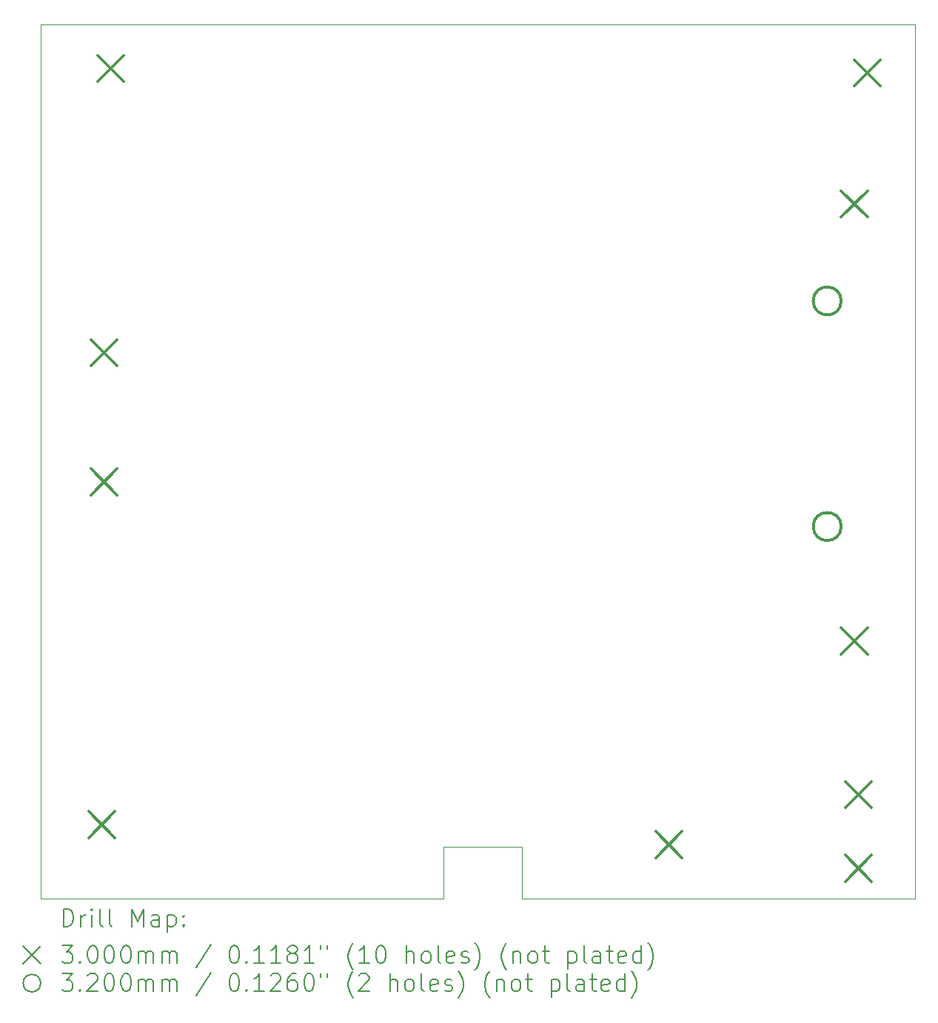
<source format=gbr>
%TF.GenerationSoftware,KiCad,Pcbnew,8.0.0*%
%TF.CreationDate,2024-03-30T14:36:58+01:00*%
%TF.ProjectId,schematic-main,73636865-6d61-4746-9963-2d6d61696e2e,rev?*%
%TF.SameCoordinates,Original*%
%TF.FileFunction,Drillmap*%
%TF.FilePolarity,Positive*%
%FSLAX45Y45*%
G04 Gerber Fmt 4.5, Leading zero omitted, Abs format (unit mm)*
G04 Created by KiCad (PCBNEW 8.0.0) date 2024-03-30 14:36:58*
%MOMM*%
%LPD*%
G01*
G04 APERTURE LIST*
%ADD10C,0.050000*%
%ADD11C,0.200000*%
%ADD12C,0.300000*%
%ADD13C,0.320000*%
G04 APERTURE END LIST*
D10*
X14550000Y-11550000D02*
X14550000Y-10950000D01*
X9050000Y-11550000D02*
X13650000Y-11550000D01*
X9050000Y-1550000D02*
X9050000Y-11550000D01*
X14550000Y-10950000D02*
X13650000Y-10950000D01*
X19050000Y-11550000D02*
X19050000Y-1550000D01*
X19050000Y-1550000D02*
X9050000Y-1550000D01*
X14550000Y-11550000D02*
X19050000Y-11550000D01*
X13650000Y-10950000D02*
X13650000Y-11550000D01*
D11*
D12*
X9597500Y-10550000D02*
X9897500Y-10850000D01*
X9897500Y-10550000D02*
X9597500Y-10850000D01*
X9620000Y-5150000D02*
X9920000Y-5450000D01*
X9920000Y-5150000D02*
X9620000Y-5450000D01*
X9620000Y-6630000D02*
X9920000Y-6930000D01*
X9920000Y-6630000D02*
X9620000Y-6930000D01*
X9700000Y-1900000D02*
X10000000Y-2200000D01*
X10000000Y-1900000D02*
X9700000Y-2200000D01*
X16080000Y-10780000D02*
X16380000Y-11080000D01*
X16380000Y-10780000D02*
X16080000Y-11080000D01*
X18202500Y-3450000D02*
X18502500Y-3750000D01*
X18502500Y-3450000D02*
X18202500Y-3750000D01*
X18202500Y-8450000D02*
X18502500Y-8750000D01*
X18502500Y-8450000D02*
X18202500Y-8750000D01*
X18248710Y-10208425D02*
X18548710Y-10508425D01*
X18548710Y-10208425D02*
X18248710Y-10508425D01*
X18248710Y-11048425D02*
X18548710Y-11348425D01*
X18548710Y-11048425D02*
X18248710Y-11348425D01*
X18350000Y-1950000D02*
X18650000Y-2250000D01*
X18650000Y-1950000D02*
X18350000Y-2250000D01*
D13*
X18202500Y-4710000D02*
G75*
G02*
X17882500Y-4710000I-160000J0D01*
G01*
X17882500Y-4710000D02*
G75*
G02*
X18202500Y-4710000I160000J0D01*
G01*
X18202500Y-7290000D02*
G75*
G02*
X17882500Y-7290000I-160000J0D01*
G01*
X17882500Y-7290000D02*
G75*
G02*
X18202500Y-7290000I160000J0D01*
G01*
D11*
X9308277Y-11863984D02*
X9308277Y-11663984D01*
X9308277Y-11663984D02*
X9355896Y-11663984D01*
X9355896Y-11663984D02*
X9384467Y-11673508D01*
X9384467Y-11673508D02*
X9403515Y-11692555D01*
X9403515Y-11692555D02*
X9413039Y-11711603D01*
X9413039Y-11711603D02*
X9422563Y-11749698D01*
X9422563Y-11749698D02*
X9422563Y-11778269D01*
X9422563Y-11778269D02*
X9413039Y-11816365D01*
X9413039Y-11816365D02*
X9403515Y-11835412D01*
X9403515Y-11835412D02*
X9384467Y-11854460D01*
X9384467Y-11854460D02*
X9355896Y-11863984D01*
X9355896Y-11863984D02*
X9308277Y-11863984D01*
X9508277Y-11863984D02*
X9508277Y-11730650D01*
X9508277Y-11768746D02*
X9517801Y-11749698D01*
X9517801Y-11749698D02*
X9527324Y-11740174D01*
X9527324Y-11740174D02*
X9546372Y-11730650D01*
X9546372Y-11730650D02*
X9565420Y-11730650D01*
X9632086Y-11863984D02*
X9632086Y-11730650D01*
X9632086Y-11663984D02*
X9622563Y-11673508D01*
X9622563Y-11673508D02*
X9632086Y-11683031D01*
X9632086Y-11683031D02*
X9641610Y-11673508D01*
X9641610Y-11673508D02*
X9632086Y-11663984D01*
X9632086Y-11663984D02*
X9632086Y-11683031D01*
X9755896Y-11863984D02*
X9736848Y-11854460D01*
X9736848Y-11854460D02*
X9727324Y-11835412D01*
X9727324Y-11835412D02*
X9727324Y-11663984D01*
X9860658Y-11863984D02*
X9841610Y-11854460D01*
X9841610Y-11854460D02*
X9832086Y-11835412D01*
X9832086Y-11835412D02*
X9832086Y-11663984D01*
X10089229Y-11863984D02*
X10089229Y-11663984D01*
X10089229Y-11663984D02*
X10155896Y-11806841D01*
X10155896Y-11806841D02*
X10222563Y-11663984D01*
X10222563Y-11663984D02*
X10222563Y-11863984D01*
X10403515Y-11863984D02*
X10403515Y-11759222D01*
X10403515Y-11759222D02*
X10393991Y-11740174D01*
X10393991Y-11740174D02*
X10374944Y-11730650D01*
X10374944Y-11730650D02*
X10336848Y-11730650D01*
X10336848Y-11730650D02*
X10317801Y-11740174D01*
X10403515Y-11854460D02*
X10384467Y-11863984D01*
X10384467Y-11863984D02*
X10336848Y-11863984D01*
X10336848Y-11863984D02*
X10317801Y-11854460D01*
X10317801Y-11854460D02*
X10308277Y-11835412D01*
X10308277Y-11835412D02*
X10308277Y-11816365D01*
X10308277Y-11816365D02*
X10317801Y-11797317D01*
X10317801Y-11797317D02*
X10336848Y-11787793D01*
X10336848Y-11787793D02*
X10384467Y-11787793D01*
X10384467Y-11787793D02*
X10403515Y-11778269D01*
X10498753Y-11730650D02*
X10498753Y-11930650D01*
X10498753Y-11740174D02*
X10517801Y-11730650D01*
X10517801Y-11730650D02*
X10555896Y-11730650D01*
X10555896Y-11730650D02*
X10574944Y-11740174D01*
X10574944Y-11740174D02*
X10584467Y-11749698D01*
X10584467Y-11749698D02*
X10593991Y-11768746D01*
X10593991Y-11768746D02*
X10593991Y-11825888D01*
X10593991Y-11825888D02*
X10584467Y-11844936D01*
X10584467Y-11844936D02*
X10574944Y-11854460D01*
X10574944Y-11854460D02*
X10555896Y-11863984D01*
X10555896Y-11863984D02*
X10517801Y-11863984D01*
X10517801Y-11863984D02*
X10498753Y-11854460D01*
X10679705Y-11844936D02*
X10689229Y-11854460D01*
X10689229Y-11854460D02*
X10679705Y-11863984D01*
X10679705Y-11863984D02*
X10670182Y-11854460D01*
X10670182Y-11854460D02*
X10679705Y-11844936D01*
X10679705Y-11844936D02*
X10679705Y-11863984D01*
X10679705Y-11740174D02*
X10689229Y-11749698D01*
X10689229Y-11749698D02*
X10679705Y-11759222D01*
X10679705Y-11759222D02*
X10670182Y-11749698D01*
X10670182Y-11749698D02*
X10679705Y-11740174D01*
X10679705Y-11740174D02*
X10679705Y-11759222D01*
X8847500Y-12092500D02*
X9047500Y-12292500D01*
X9047500Y-12092500D02*
X8847500Y-12292500D01*
X9289229Y-12083984D02*
X9413039Y-12083984D01*
X9413039Y-12083984D02*
X9346372Y-12160174D01*
X9346372Y-12160174D02*
X9374944Y-12160174D01*
X9374944Y-12160174D02*
X9393991Y-12169698D01*
X9393991Y-12169698D02*
X9403515Y-12179222D01*
X9403515Y-12179222D02*
X9413039Y-12198269D01*
X9413039Y-12198269D02*
X9413039Y-12245888D01*
X9413039Y-12245888D02*
X9403515Y-12264936D01*
X9403515Y-12264936D02*
X9393991Y-12274460D01*
X9393991Y-12274460D02*
X9374944Y-12283984D01*
X9374944Y-12283984D02*
X9317801Y-12283984D01*
X9317801Y-12283984D02*
X9298753Y-12274460D01*
X9298753Y-12274460D02*
X9289229Y-12264936D01*
X9498753Y-12264936D02*
X9508277Y-12274460D01*
X9508277Y-12274460D02*
X9498753Y-12283984D01*
X9498753Y-12283984D02*
X9489229Y-12274460D01*
X9489229Y-12274460D02*
X9498753Y-12264936D01*
X9498753Y-12264936D02*
X9498753Y-12283984D01*
X9632086Y-12083984D02*
X9651134Y-12083984D01*
X9651134Y-12083984D02*
X9670182Y-12093508D01*
X9670182Y-12093508D02*
X9679705Y-12103031D01*
X9679705Y-12103031D02*
X9689229Y-12122079D01*
X9689229Y-12122079D02*
X9698753Y-12160174D01*
X9698753Y-12160174D02*
X9698753Y-12207793D01*
X9698753Y-12207793D02*
X9689229Y-12245888D01*
X9689229Y-12245888D02*
X9679705Y-12264936D01*
X9679705Y-12264936D02*
X9670182Y-12274460D01*
X9670182Y-12274460D02*
X9651134Y-12283984D01*
X9651134Y-12283984D02*
X9632086Y-12283984D01*
X9632086Y-12283984D02*
X9613039Y-12274460D01*
X9613039Y-12274460D02*
X9603515Y-12264936D01*
X9603515Y-12264936D02*
X9593991Y-12245888D01*
X9593991Y-12245888D02*
X9584467Y-12207793D01*
X9584467Y-12207793D02*
X9584467Y-12160174D01*
X9584467Y-12160174D02*
X9593991Y-12122079D01*
X9593991Y-12122079D02*
X9603515Y-12103031D01*
X9603515Y-12103031D02*
X9613039Y-12093508D01*
X9613039Y-12093508D02*
X9632086Y-12083984D01*
X9822563Y-12083984D02*
X9841610Y-12083984D01*
X9841610Y-12083984D02*
X9860658Y-12093508D01*
X9860658Y-12093508D02*
X9870182Y-12103031D01*
X9870182Y-12103031D02*
X9879705Y-12122079D01*
X9879705Y-12122079D02*
X9889229Y-12160174D01*
X9889229Y-12160174D02*
X9889229Y-12207793D01*
X9889229Y-12207793D02*
X9879705Y-12245888D01*
X9879705Y-12245888D02*
X9870182Y-12264936D01*
X9870182Y-12264936D02*
X9860658Y-12274460D01*
X9860658Y-12274460D02*
X9841610Y-12283984D01*
X9841610Y-12283984D02*
X9822563Y-12283984D01*
X9822563Y-12283984D02*
X9803515Y-12274460D01*
X9803515Y-12274460D02*
X9793991Y-12264936D01*
X9793991Y-12264936D02*
X9784467Y-12245888D01*
X9784467Y-12245888D02*
X9774944Y-12207793D01*
X9774944Y-12207793D02*
X9774944Y-12160174D01*
X9774944Y-12160174D02*
X9784467Y-12122079D01*
X9784467Y-12122079D02*
X9793991Y-12103031D01*
X9793991Y-12103031D02*
X9803515Y-12093508D01*
X9803515Y-12093508D02*
X9822563Y-12083984D01*
X10013039Y-12083984D02*
X10032086Y-12083984D01*
X10032086Y-12083984D02*
X10051134Y-12093508D01*
X10051134Y-12093508D02*
X10060658Y-12103031D01*
X10060658Y-12103031D02*
X10070182Y-12122079D01*
X10070182Y-12122079D02*
X10079705Y-12160174D01*
X10079705Y-12160174D02*
X10079705Y-12207793D01*
X10079705Y-12207793D02*
X10070182Y-12245888D01*
X10070182Y-12245888D02*
X10060658Y-12264936D01*
X10060658Y-12264936D02*
X10051134Y-12274460D01*
X10051134Y-12274460D02*
X10032086Y-12283984D01*
X10032086Y-12283984D02*
X10013039Y-12283984D01*
X10013039Y-12283984D02*
X9993991Y-12274460D01*
X9993991Y-12274460D02*
X9984467Y-12264936D01*
X9984467Y-12264936D02*
X9974944Y-12245888D01*
X9974944Y-12245888D02*
X9965420Y-12207793D01*
X9965420Y-12207793D02*
X9965420Y-12160174D01*
X9965420Y-12160174D02*
X9974944Y-12122079D01*
X9974944Y-12122079D02*
X9984467Y-12103031D01*
X9984467Y-12103031D02*
X9993991Y-12093508D01*
X9993991Y-12093508D02*
X10013039Y-12083984D01*
X10165420Y-12283984D02*
X10165420Y-12150650D01*
X10165420Y-12169698D02*
X10174944Y-12160174D01*
X10174944Y-12160174D02*
X10193991Y-12150650D01*
X10193991Y-12150650D02*
X10222563Y-12150650D01*
X10222563Y-12150650D02*
X10241610Y-12160174D01*
X10241610Y-12160174D02*
X10251134Y-12179222D01*
X10251134Y-12179222D02*
X10251134Y-12283984D01*
X10251134Y-12179222D02*
X10260658Y-12160174D01*
X10260658Y-12160174D02*
X10279705Y-12150650D01*
X10279705Y-12150650D02*
X10308277Y-12150650D01*
X10308277Y-12150650D02*
X10327325Y-12160174D01*
X10327325Y-12160174D02*
X10336848Y-12179222D01*
X10336848Y-12179222D02*
X10336848Y-12283984D01*
X10432086Y-12283984D02*
X10432086Y-12150650D01*
X10432086Y-12169698D02*
X10441610Y-12160174D01*
X10441610Y-12160174D02*
X10460658Y-12150650D01*
X10460658Y-12150650D02*
X10489229Y-12150650D01*
X10489229Y-12150650D02*
X10508277Y-12160174D01*
X10508277Y-12160174D02*
X10517801Y-12179222D01*
X10517801Y-12179222D02*
X10517801Y-12283984D01*
X10517801Y-12179222D02*
X10527325Y-12160174D01*
X10527325Y-12160174D02*
X10546372Y-12150650D01*
X10546372Y-12150650D02*
X10574944Y-12150650D01*
X10574944Y-12150650D02*
X10593991Y-12160174D01*
X10593991Y-12160174D02*
X10603515Y-12179222D01*
X10603515Y-12179222D02*
X10603515Y-12283984D01*
X10993991Y-12074460D02*
X10822563Y-12331603D01*
X11251134Y-12083984D02*
X11270182Y-12083984D01*
X11270182Y-12083984D02*
X11289229Y-12093508D01*
X11289229Y-12093508D02*
X11298753Y-12103031D01*
X11298753Y-12103031D02*
X11308277Y-12122079D01*
X11308277Y-12122079D02*
X11317801Y-12160174D01*
X11317801Y-12160174D02*
X11317801Y-12207793D01*
X11317801Y-12207793D02*
X11308277Y-12245888D01*
X11308277Y-12245888D02*
X11298753Y-12264936D01*
X11298753Y-12264936D02*
X11289229Y-12274460D01*
X11289229Y-12274460D02*
X11270182Y-12283984D01*
X11270182Y-12283984D02*
X11251134Y-12283984D01*
X11251134Y-12283984D02*
X11232086Y-12274460D01*
X11232086Y-12274460D02*
X11222563Y-12264936D01*
X11222563Y-12264936D02*
X11213039Y-12245888D01*
X11213039Y-12245888D02*
X11203515Y-12207793D01*
X11203515Y-12207793D02*
X11203515Y-12160174D01*
X11203515Y-12160174D02*
X11213039Y-12122079D01*
X11213039Y-12122079D02*
X11222563Y-12103031D01*
X11222563Y-12103031D02*
X11232086Y-12093508D01*
X11232086Y-12093508D02*
X11251134Y-12083984D01*
X11403515Y-12264936D02*
X11413039Y-12274460D01*
X11413039Y-12274460D02*
X11403515Y-12283984D01*
X11403515Y-12283984D02*
X11393991Y-12274460D01*
X11393991Y-12274460D02*
X11403515Y-12264936D01*
X11403515Y-12264936D02*
X11403515Y-12283984D01*
X11603515Y-12283984D02*
X11489229Y-12283984D01*
X11546372Y-12283984D02*
X11546372Y-12083984D01*
X11546372Y-12083984D02*
X11527325Y-12112555D01*
X11527325Y-12112555D02*
X11508277Y-12131603D01*
X11508277Y-12131603D02*
X11489229Y-12141127D01*
X11793991Y-12283984D02*
X11679706Y-12283984D01*
X11736848Y-12283984D02*
X11736848Y-12083984D01*
X11736848Y-12083984D02*
X11717801Y-12112555D01*
X11717801Y-12112555D02*
X11698753Y-12131603D01*
X11698753Y-12131603D02*
X11679706Y-12141127D01*
X11908277Y-12169698D02*
X11889229Y-12160174D01*
X11889229Y-12160174D02*
X11879706Y-12150650D01*
X11879706Y-12150650D02*
X11870182Y-12131603D01*
X11870182Y-12131603D02*
X11870182Y-12122079D01*
X11870182Y-12122079D02*
X11879706Y-12103031D01*
X11879706Y-12103031D02*
X11889229Y-12093508D01*
X11889229Y-12093508D02*
X11908277Y-12083984D01*
X11908277Y-12083984D02*
X11946372Y-12083984D01*
X11946372Y-12083984D02*
X11965420Y-12093508D01*
X11965420Y-12093508D02*
X11974944Y-12103031D01*
X11974944Y-12103031D02*
X11984467Y-12122079D01*
X11984467Y-12122079D02*
X11984467Y-12131603D01*
X11984467Y-12131603D02*
X11974944Y-12150650D01*
X11974944Y-12150650D02*
X11965420Y-12160174D01*
X11965420Y-12160174D02*
X11946372Y-12169698D01*
X11946372Y-12169698D02*
X11908277Y-12169698D01*
X11908277Y-12169698D02*
X11889229Y-12179222D01*
X11889229Y-12179222D02*
X11879706Y-12188746D01*
X11879706Y-12188746D02*
X11870182Y-12207793D01*
X11870182Y-12207793D02*
X11870182Y-12245888D01*
X11870182Y-12245888D02*
X11879706Y-12264936D01*
X11879706Y-12264936D02*
X11889229Y-12274460D01*
X11889229Y-12274460D02*
X11908277Y-12283984D01*
X11908277Y-12283984D02*
X11946372Y-12283984D01*
X11946372Y-12283984D02*
X11965420Y-12274460D01*
X11965420Y-12274460D02*
X11974944Y-12264936D01*
X11974944Y-12264936D02*
X11984467Y-12245888D01*
X11984467Y-12245888D02*
X11984467Y-12207793D01*
X11984467Y-12207793D02*
X11974944Y-12188746D01*
X11974944Y-12188746D02*
X11965420Y-12179222D01*
X11965420Y-12179222D02*
X11946372Y-12169698D01*
X12174944Y-12283984D02*
X12060658Y-12283984D01*
X12117801Y-12283984D02*
X12117801Y-12083984D01*
X12117801Y-12083984D02*
X12098753Y-12112555D01*
X12098753Y-12112555D02*
X12079706Y-12131603D01*
X12079706Y-12131603D02*
X12060658Y-12141127D01*
X12251134Y-12083984D02*
X12251134Y-12122079D01*
X12327325Y-12083984D02*
X12327325Y-12122079D01*
X12622563Y-12360174D02*
X12613039Y-12350650D01*
X12613039Y-12350650D02*
X12593991Y-12322079D01*
X12593991Y-12322079D02*
X12584468Y-12303031D01*
X12584468Y-12303031D02*
X12574944Y-12274460D01*
X12574944Y-12274460D02*
X12565420Y-12226841D01*
X12565420Y-12226841D02*
X12565420Y-12188746D01*
X12565420Y-12188746D02*
X12574944Y-12141127D01*
X12574944Y-12141127D02*
X12584468Y-12112555D01*
X12584468Y-12112555D02*
X12593991Y-12093508D01*
X12593991Y-12093508D02*
X12613039Y-12064936D01*
X12613039Y-12064936D02*
X12622563Y-12055412D01*
X12803515Y-12283984D02*
X12689229Y-12283984D01*
X12746372Y-12283984D02*
X12746372Y-12083984D01*
X12746372Y-12083984D02*
X12727325Y-12112555D01*
X12727325Y-12112555D02*
X12708277Y-12131603D01*
X12708277Y-12131603D02*
X12689229Y-12141127D01*
X12927325Y-12083984D02*
X12946372Y-12083984D01*
X12946372Y-12083984D02*
X12965420Y-12093508D01*
X12965420Y-12093508D02*
X12974944Y-12103031D01*
X12974944Y-12103031D02*
X12984468Y-12122079D01*
X12984468Y-12122079D02*
X12993991Y-12160174D01*
X12993991Y-12160174D02*
X12993991Y-12207793D01*
X12993991Y-12207793D02*
X12984468Y-12245888D01*
X12984468Y-12245888D02*
X12974944Y-12264936D01*
X12974944Y-12264936D02*
X12965420Y-12274460D01*
X12965420Y-12274460D02*
X12946372Y-12283984D01*
X12946372Y-12283984D02*
X12927325Y-12283984D01*
X12927325Y-12283984D02*
X12908277Y-12274460D01*
X12908277Y-12274460D02*
X12898753Y-12264936D01*
X12898753Y-12264936D02*
X12889229Y-12245888D01*
X12889229Y-12245888D02*
X12879706Y-12207793D01*
X12879706Y-12207793D02*
X12879706Y-12160174D01*
X12879706Y-12160174D02*
X12889229Y-12122079D01*
X12889229Y-12122079D02*
X12898753Y-12103031D01*
X12898753Y-12103031D02*
X12908277Y-12093508D01*
X12908277Y-12093508D02*
X12927325Y-12083984D01*
X13232087Y-12283984D02*
X13232087Y-12083984D01*
X13317801Y-12283984D02*
X13317801Y-12179222D01*
X13317801Y-12179222D02*
X13308277Y-12160174D01*
X13308277Y-12160174D02*
X13289230Y-12150650D01*
X13289230Y-12150650D02*
X13260658Y-12150650D01*
X13260658Y-12150650D02*
X13241610Y-12160174D01*
X13241610Y-12160174D02*
X13232087Y-12169698D01*
X13441610Y-12283984D02*
X13422563Y-12274460D01*
X13422563Y-12274460D02*
X13413039Y-12264936D01*
X13413039Y-12264936D02*
X13403515Y-12245888D01*
X13403515Y-12245888D02*
X13403515Y-12188746D01*
X13403515Y-12188746D02*
X13413039Y-12169698D01*
X13413039Y-12169698D02*
X13422563Y-12160174D01*
X13422563Y-12160174D02*
X13441610Y-12150650D01*
X13441610Y-12150650D02*
X13470182Y-12150650D01*
X13470182Y-12150650D02*
X13489230Y-12160174D01*
X13489230Y-12160174D02*
X13498753Y-12169698D01*
X13498753Y-12169698D02*
X13508277Y-12188746D01*
X13508277Y-12188746D02*
X13508277Y-12245888D01*
X13508277Y-12245888D02*
X13498753Y-12264936D01*
X13498753Y-12264936D02*
X13489230Y-12274460D01*
X13489230Y-12274460D02*
X13470182Y-12283984D01*
X13470182Y-12283984D02*
X13441610Y-12283984D01*
X13622563Y-12283984D02*
X13603515Y-12274460D01*
X13603515Y-12274460D02*
X13593991Y-12255412D01*
X13593991Y-12255412D02*
X13593991Y-12083984D01*
X13774944Y-12274460D02*
X13755896Y-12283984D01*
X13755896Y-12283984D02*
X13717801Y-12283984D01*
X13717801Y-12283984D02*
X13698753Y-12274460D01*
X13698753Y-12274460D02*
X13689230Y-12255412D01*
X13689230Y-12255412D02*
X13689230Y-12179222D01*
X13689230Y-12179222D02*
X13698753Y-12160174D01*
X13698753Y-12160174D02*
X13717801Y-12150650D01*
X13717801Y-12150650D02*
X13755896Y-12150650D01*
X13755896Y-12150650D02*
X13774944Y-12160174D01*
X13774944Y-12160174D02*
X13784468Y-12179222D01*
X13784468Y-12179222D02*
X13784468Y-12198269D01*
X13784468Y-12198269D02*
X13689230Y-12217317D01*
X13860658Y-12274460D02*
X13879706Y-12283984D01*
X13879706Y-12283984D02*
X13917801Y-12283984D01*
X13917801Y-12283984D02*
X13936849Y-12274460D01*
X13936849Y-12274460D02*
X13946372Y-12255412D01*
X13946372Y-12255412D02*
X13946372Y-12245888D01*
X13946372Y-12245888D02*
X13936849Y-12226841D01*
X13936849Y-12226841D02*
X13917801Y-12217317D01*
X13917801Y-12217317D02*
X13889230Y-12217317D01*
X13889230Y-12217317D02*
X13870182Y-12207793D01*
X13870182Y-12207793D02*
X13860658Y-12188746D01*
X13860658Y-12188746D02*
X13860658Y-12179222D01*
X13860658Y-12179222D02*
X13870182Y-12160174D01*
X13870182Y-12160174D02*
X13889230Y-12150650D01*
X13889230Y-12150650D02*
X13917801Y-12150650D01*
X13917801Y-12150650D02*
X13936849Y-12160174D01*
X14013039Y-12360174D02*
X14022563Y-12350650D01*
X14022563Y-12350650D02*
X14041611Y-12322079D01*
X14041611Y-12322079D02*
X14051134Y-12303031D01*
X14051134Y-12303031D02*
X14060658Y-12274460D01*
X14060658Y-12274460D02*
X14070182Y-12226841D01*
X14070182Y-12226841D02*
X14070182Y-12188746D01*
X14070182Y-12188746D02*
X14060658Y-12141127D01*
X14060658Y-12141127D02*
X14051134Y-12112555D01*
X14051134Y-12112555D02*
X14041611Y-12093508D01*
X14041611Y-12093508D02*
X14022563Y-12064936D01*
X14022563Y-12064936D02*
X14013039Y-12055412D01*
X14374944Y-12360174D02*
X14365420Y-12350650D01*
X14365420Y-12350650D02*
X14346372Y-12322079D01*
X14346372Y-12322079D02*
X14336849Y-12303031D01*
X14336849Y-12303031D02*
X14327325Y-12274460D01*
X14327325Y-12274460D02*
X14317801Y-12226841D01*
X14317801Y-12226841D02*
X14317801Y-12188746D01*
X14317801Y-12188746D02*
X14327325Y-12141127D01*
X14327325Y-12141127D02*
X14336849Y-12112555D01*
X14336849Y-12112555D02*
X14346372Y-12093508D01*
X14346372Y-12093508D02*
X14365420Y-12064936D01*
X14365420Y-12064936D02*
X14374944Y-12055412D01*
X14451134Y-12150650D02*
X14451134Y-12283984D01*
X14451134Y-12169698D02*
X14460658Y-12160174D01*
X14460658Y-12160174D02*
X14479706Y-12150650D01*
X14479706Y-12150650D02*
X14508277Y-12150650D01*
X14508277Y-12150650D02*
X14527325Y-12160174D01*
X14527325Y-12160174D02*
X14536849Y-12179222D01*
X14536849Y-12179222D02*
X14536849Y-12283984D01*
X14660658Y-12283984D02*
X14641611Y-12274460D01*
X14641611Y-12274460D02*
X14632087Y-12264936D01*
X14632087Y-12264936D02*
X14622563Y-12245888D01*
X14622563Y-12245888D02*
X14622563Y-12188746D01*
X14622563Y-12188746D02*
X14632087Y-12169698D01*
X14632087Y-12169698D02*
X14641611Y-12160174D01*
X14641611Y-12160174D02*
X14660658Y-12150650D01*
X14660658Y-12150650D02*
X14689230Y-12150650D01*
X14689230Y-12150650D02*
X14708277Y-12160174D01*
X14708277Y-12160174D02*
X14717801Y-12169698D01*
X14717801Y-12169698D02*
X14727325Y-12188746D01*
X14727325Y-12188746D02*
X14727325Y-12245888D01*
X14727325Y-12245888D02*
X14717801Y-12264936D01*
X14717801Y-12264936D02*
X14708277Y-12274460D01*
X14708277Y-12274460D02*
X14689230Y-12283984D01*
X14689230Y-12283984D02*
X14660658Y-12283984D01*
X14784468Y-12150650D02*
X14860658Y-12150650D01*
X14813039Y-12083984D02*
X14813039Y-12255412D01*
X14813039Y-12255412D02*
X14822563Y-12274460D01*
X14822563Y-12274460D02*
X14841611Y-12283984D01*
X14841611Y-12283984D02*
X14860658Y-12283984D01*
X15079706Y-12150650D02*
X15079706Y-12350650D01*
X15079706Y-12160174D02*
X15098753Y-12150650D01*
X15098753Y-12150650D02*
X15136849Y-12150650D01*
X15136849Y-12150650D02*
X15155896Y-12160174D01*
X15155896Y-12160174D02*
X15165420Y-12169698D01*
X15165420Y-12169698D02*
X15174944Y-12188746D01*
X15174944Y-12188746D02*
X15174944Y-12245888D01*
X15174944Y-12245888D02*
X15165420Y-12264936D01*
X15165420Y-12264936D02*
X15155896Y-12274460D01*
X15155896Y-12274460D02*
X15136849Y-12283984D01*
X15136849Y-12283984D02*
X15098753Y-12283984D01*
X15098753Y-12283984D02*
X15079706Y-12274460D01*
X15289230Y-12283984D02*
X15270182Y-12274460D01*
X15270182Y-12274460D02*
X15260658Y-12255412D01*
X15260658Y-12255412D02*
X15260658Y-12083984D01*
X15451134Y-12283984D02*
X15451134Y-12179222D01*
X15451134Y-12179222D02*
X15441611Y-12160174D01*
X15441611Y-12160174D02*
X15422563Y-12150650D01*
X15422563Y-12150650D02*
X15384468Y-12150650D01*
X15384468Y-12150650D02*
X15365420Y-12160174D01*
X15451134Y-12274460D02*
X15432087Y-12283984D01*
X15432087Y-12283984D02*
X15384468Y-12283984D01*
X15384468Y-12283984D02*
X15365420Y-12274460D01*
X15365420Y-12274460D02*
X15355896Y-12255412D01*
X15355896Y-12255412D02*
X15355896Y-12236365D01*
X15355896Y-12236365D02*
X15365420Y-12217317D01*
X15365420Y-12217317D02*
X15384468Y-12207793D01*
X15384468Y-12207793D02*
X15432087Y-12207793D01*
X15432087Y-12207793D02*
X15451134Y-12198269D01*
X15517801Y-12150650D02*
X15593992Y-12150650D01*
X15546373Y-12083984D02*
X15546373Y-12255412D01*
X15546373Y-12255412D02*
X15555896Y-12274460D01*
X15555896Y-12274460D02*
X15574944Y-12283984D01*
X15574944Y-12283984D02*
X15593992Y-12283984D01*
X15736849Y-12274460D02*
X15717801Y-12283984D01*
X15717801Y-12283984D02*
X15679706Y-12283984D01*
X15679706Y-12283984D02*
X15660658Y-12274460D01*
X15660658Y-12274460D02*
X15651134Y-12255412D01*
X15651134Y-12255412D02*
X15651134Y-12179222D01*
X15651134Y-12179222D02*
X15660658Y-12160174D01*
X15660658Y-12160174D02*
X15679706Y-12150650D01*
X15679706Y-12150650D02*
X15717801Y-12150650D01*
X15717801Y-12150650D02*
X15736849Y-12160174D01*
X15736849Y-12160174D02*
X15746373Y-12179222D01*
X15746373Y-12179222D02*
X15746373Y-12198269D01*
X15746373Y-12198269D02*
X15651134Y-12217317D01*
X15917801Y-12283984D02*
X15917801Y-12083984D01*
X15917801Y-12274460D02*
X15898754Y-12283984D01*
X15898754Y-12283984D02*
X15860658Y-12283984D01*
X15860658Y-12283984D02*
X15841611Y-12274460D01*
X15841611Y-12274460D02*
X15832087Y-12264936D01*
X15832087Y-12264936D02*
X15822563Y-12245888D01*
X15822563Y-12245888D02*
X15822563Y-12188746D01*
X15822563Y-12188746D02*
X15832087Y-12169698D01*
X15832087Y-12169698D02*
X15841611Y-12160174D01*
X15841611Y-12160174D02*
X15860658Y-12150650D01*
X15860658Y-12150650D02*
X15898754Y-12150650D01*
X15898754Y-12150650D02*
X15917801Y-12160174D01*
X15993992Y-12360174D02*
X16003515Y-12350650D01*
X16003515Y-12350650D02*
X16022563Y-12322079D01*
X16022563Y-12322079D02*
X16032087Y-12303031D01*
X16032087Y-12303031D02*
X16041611Y-12274460D01*
X16041611Y-12274460D02*
X16051134Y-12226841D01*
X16051134Y-12226841D02*
X16051134Y-12188746D01*
X16051134Y-12188746D02*
X16041611Y-12141127D01*
X16041611Y-12141127D02*
X16032087Y-12112555D01*
X16032087Y-12112555D02*
X16022563Y-12093508D01*
X16022563Y-12093508D02*
X16003515Y-12064936D01*
X16003515Y-12064936D02*
X15993992Y-12055412D01*
X9047500Y-12512500D02*
G75*
G02*
X8847500Y-12512500I-100000J0D01*
G01*
X8847500Y-12512500D02*
G75*
G02*
X9047500Y-12512500I100000J0D01*
G01*
X9289229Y-12403984D02*
X9413039Y-12403984D01*
X9413039Y-12403984D02*
X9346372Y-12480174D01*
X9346372Y-12480174D02*
X9374944Y-12480174D01*
X9374944Y-12480174D02*
X9393991Y-12489698D01*
X9393991Y-12489698D02*
X9403515Y-12499222D01*
X9403515Y-12499222D02*
X9413039Y-12518269D01*
X9413039Y-12518269D02*
X9413039Y-12565888D01*
X9413039Y-12565888D02*
X9403515Y-12584936D01*
X9403515Y-12584936D02*
X9393991Y-12594460D01*
X9393991Y-12594460D02*
X9374944Y-12603984D01*
X9374944Y-12603984D02*
X9317801Y-12603984D01*
X9317801Y-12603984D02*
X9298753Y-12594460D01*
X9298753Y-12594460D02*
X9289229Y-12584936D01*
X9498753Y-12584936D02*
X9508277Y-12594460D01*
X9508277Y-12594460D02*
X9498753Y-12603984D01*
X9498753Y-12603984D02*
X9489229Y-12594460D01*
X9489229Y-12594460D02*
X9498753Y-12584936D01*
X9498753Y-12584936D02*
X9498753Y-12603984D01*
X9584467Y-12423031D02*
X9593991Y-12413508D01*
X9593991Y-12413508D02*
X9613039Y-12403984D01*
X9613039Y-12403984D02*
X9660658Y-12403984D01*
X9660658Y-12403984D02*
X9679705Y-12413508D01*
X9679705Y-12413508D02*
X9689229Y-12423031D01*
X9689229Y-12423031D02*
X9698753Y-12442079D01*
X9698753Y-12442079D02*
X9698753Y-12461127D01*
X9698753Y-12461127D02*
X9689229Y-12489698D01*
X9689229Y-12489698D02*
X9574944Y-12603984D01*
X9574944Y-12603984D02*
X9698753Y-12603984D01*
X9822563Y-12403984D02*
X9841610Y-12403984D01*
X9841610Y-12403984D02*
X9860658Y-12413508D01*
X9860658Y-12413508D02*
X9870182Y-12423031D01*
X9870182Y-12423031D02*
X9879705Y-12442079D01*
X9879705Y-12442079D02*
X9889229Y-12480174D01*
X9889229Y-12480174D02*
X9889229Y-12527793D01*
X9889229Y-12527793D02*
X9879705Y-12565888D01*
X9879705Y-12565888D02*
X9870182Y-12584936D01*
X9870182Y-12584936D02*
X9860658Y-12594460D01*
X9860658Y-12594460D02*
X9841610Y-12603984D01*
X9841610Y-12603984D02*
X9822563Y-12603984D01*
X9822563Y-12603984D02*
X9803515Y-12594460D01*
X9803515Y-12594460D02*
X9793991Y-12584936D01*
X9793991Y-12584936D02*
X9784467Y-12565888D01*
X9784467Y-12565888D02*
X9774944Y-12527793D01*
X9774944Y-12527793D02*
X9774944Y-12480174D01*
X9774944Y-12480174D02*
X9784467Y-12442079D01*
X9784467Y-12442079D02*
X9793991Y-12423031D01*
X9793991Y-12423031D02*
X9803515Y-12413508D01*
X9803515Y-12413508D02*
X9822563Y-12403984D01*
X10013039Y-12403984D02*
X10032086Y-12403984D01*
X10032086Y-12403984D02*
X10051134Y-12413508D01*
X10051134Y-12413508D02*
X10060658Y-12423031D01*
X10060658Y-12423031D02*
X10070182Y-12442079D01*
X10070182Y-12442079D02*
X10079705Y-12480174D01*
X10079705Y-12480174D02*
X10079705Y-12527793D01*
X10079705Y-12527793D02*
X10070182Y-12565888D01*
X10070182Y-12565888D02*
X10060658Y-12584936D01*
X10060658Y-12584936D02*
X10051134Y-12594460D01*
X10051134Y-12594460D02*
X10032086Y-12603984D01*
X10032086Y-12603984D02*
X10013039Y-12603984D01*
X10013039Y-12603984D02*
X9993991Y-12594460D01*
X9993991Y-12594460D02*
X9984467Y-12584936D01*
X9984467Y-12584936D02*
X9974944Y-12565888D01*
X9974944Y-12565888D02*
X9965420Y-12527793D01*
X9965420Y-12527793D02*
X9965420Y-12480174D01*
X9965420Y-12480174D02*
X9974944Y-12442079D01*
X9974944Y-12442079D02*
X9984467Y-12423031D01*
X9984467Y-12423031D02*
X9993991Y-12413508D01*
X9993991Y-12413508D02*
X10013039Y-12403984D01*
X10165420Y-12603984D02*
X10165420Y-12470650D01*
X10165420Y-12489698D02*
X10174944Y-12480174D01*
X10174944Y-12480174D02*
X10193991Y-12470650D01*
X10193991Y-12470650D02*
X10222563Y-12470650D01*
X10222563Y-12470650D02*
X10241610Y-12480174D01*
X10241610Y-12480174D02*
X10251134Y-12499222D01*
X10251134Y-12499222D02*
X10251134Y-12603984D01*
X10251134Y-12499222D02*
X10260658Y-12480174D01*
X10260658Y-12480174D02*
X10279705Y-12470650D01*
X10279705Y-12470650D02*
X10308277Y-12470650D01*
X10308277Y-12470650D02*
X10327325Y-12480174D01*
X10327325Y-12480174D02*
X10336848Y-12499222D01*
X10336848Y-12499222D02*
X10336848Y-12603984D01*
X10432086Y-12603984D02*
X10432086Y-12470650D01*
X10432086Y-12489698D02*
X10441610Y-12480174D01*
X10441610Y-12480174D02*
X10460658Y-12470650D01*
X10460658Y-12470650D02*
X10489229Y-12470650D01*
X10489229Y-12470650D02*
X10508277Y-12480174D01*
X10508277Y-12480174D02*
X10517801Y-12499222D01*
X10517801Y-12499222D02*
X10517801Y-12603984D01*
X10517801Y-12499222D02*
X10527325Y-12480174D01*
X10527325Y-12480174D02*
X10546372Y-12470650D01*
X10546372Y-12470650D02*
X10574944Y-12470650D01*
X10574944Y-12470650D02*
X10593991Y-12480174D01*
X10593991Y-12480174D02*
X10603515Y-12499222D01*
X10603515Y-12499222D02*
X10603515Y-12603984D01*
X10993991Y-12394460D02*
X10822563Y-12651603D01*
X11251134Y-12403984D02*
X11270182Y-12403984D01*
X11270182Y-12403984D02*
X11289229Y-12413508D01*
X11289229Y-12413508D02*
X11298753Y-12423031D01*
X11298753Y-12423031D02*
X11308277Y-12442079D01*
X11308277Y-12442079D02*
X11317801Y-12480174D01*
X11317801Y-12480174D02*
X11317801Y-12527793D01*
X11317801Y-12527793D02*
X11308277Y-12565888D01*
X11308277Y-12565888D02*
X11298753Y-12584936D01*
X11298753Y-12584936D02*
X11289229Y-12594460D01*
X11289229Y-12594460D02*
X11270182Y-12603984D01*
X11270182Y-12603984D02*
X11251134Y-12603984D01*
X11251134Y-12603984D02*
X11232086Y-12594460D01*
X11232086Y-12594460D02*
X11222563Y-12584936D01*
X11222563Y-12584936D02*
X11213039Y-12565888D01*
X11213039Y-12565888D02*
X11203515Y-12527793D01*
X11203515Y-12527793D02*
X11203515Y-12480174D01*
X11203515Y-12480174D02*
X11213039Y-12442079D01*
X11213039Y-12442079D02*
X11222563Y-12423031D01*
X11222563Y-12423031D02*
X11232086Y-12413508D01*
X11232086Y-12413508D02*
X11251134Y-12403984D01*
X11403515Y-12584936D02*
X11413039Y-12594460D01*
X11413039Y-12594460D02*
X11403515Y-12603984D01*
X11403515Y-12603984D02*
X11393991Y-12594460D01*
X11393991Y-12594460D02*
X11403515Y-12584936D01*
X11403515Y-12584936D02*
X11403515Y-12603984D01*
X11603515Y-12603984D02*
X11489229Y-12603984D01*
X11546372Y-12603984D02*
X11546372Y-12403984D01*
X11546372Y-12403984D02*
X11527325Y-12432555D01*
X11527325Y-12432555D02*
X11508277Y-12451603D01*
X11508277Y-12451603D02*
X11489229Y-12461127D01*
X11679706Y-12423031D02*
X11689229Y-12413508D01*
X11689229Y-12413508D02*
X11708277Y-12403984D01*
X11708277Y-12403984D02*
X11755896Y-12403984D01*
X11755896Y-12403984D02*
X11774944Y-12413508D01*
X11774944Y-12413508D02*
X11784467Y-12423031D01*
X11784467Y-12423031D02*
X11793991Y-12442079D01*
X11793991Y-12442079D02*
X11793991Y-12461127D01*
X11793991Y-12461127D02*
X11784467Y-12489698D01*
X11784467Y-12489698D02*
X11670182Y-12603984D01*
X11670182Y-12603984D02*
X11793991Y-12603984D01*
X11965420Y-12403984D02*
X11927325Y-12403984D01*
X11927325Y-12403984D02*
X11908277Y-12413508D01*
X11908277Y-12413508D02*
X11898753Y-12423031D01*
X11898753Y-12423031D02*
X11879706Y-12451603D01*
X11879706Y-12451603D02*
X11870182Y-12489698D01*
X11870182Y-12489698D02*
X11870182Y-12565888D01*
X11870182Y-12565888D02*
X11879706Y-12584936D01*
X11879706Y-12584936D02*
X11889229Y-12594460D01*
X11889229Y-12594460D02*
X11908277Y-12603984D01*
X11908277Y-12603984D02*
X11946372Y-12603984D01*
X11946372Y-12603984D02*
X11965420Y-12594460D01*
X11965420Y-12594460D02*
X11974944Y-12584936D01*
X11974944Y-12584936D02*
X11984467Y-12565888D01*
X11984467Y-12565888D02*
X11984467Y-12518269D01*
X11984467Y-12518269D02*
X11974944Y-12499222D01*
X11974944Y-12499222D02*
X11965420Y-12489698D01*
X11965420Y-12489698D02*
X11946372Y-12480174D01*
X11946372Y-12480174D02*
X11908277Y-12480174D01*
X11908277Y-12480174D02*
X11889229Y-12489698D01*
X11889229Y-12489698D02*
X11879706Y-12499222D01*
X11879706Y-12499222D02*
X11870182Y-12518269D01*
X12108277Y-12403984D02*
X12127325Y-12403984D01*
X12127325Y-12403984D02*
X12146372Y-12413508D01*
X12146372Y-12413508D02*
X12155896Y-12423031D01*
X12155896Y-12423031D02*
X12165420Y-12442079D01*
X12165420Y-12442079D02*
X12174944Y-12480174D01*
X12174944Y-12480174D02*
X12174944Y-12527793D01*
X12174944Y-12527793D02*
X12165420Y-12565888D01*
X12165420Y-12565888D02*
X12155896Y-12584936D01*
X12155896Y-12584936D02*
X12146372Y-12594460D01*
X12146372Y-12594460D02*
X12127325Y-12603984D01*
X12127325Y-12603984D02*
X12108277Y-12603984D01*
X12108277Y-12603984D02*
X12089229Y-12594460D01*
X12089229Y-12594460D02*
X12079706Y-12584936D01*
X12079706Y-12584936D02*
X12070182Y-12565888D01*
X12070182Y-12565888D02*
X12060658Y-12527793D01*
X12060658Y-12527793D02*
X12060658Y-12480174D01*
X12060658Y-12480174D02*
X12070182Y-12442079D01*
X12070182Y-12442079D02*
X12079706Y-12423031D01*
X12079706Y-12423031D02*
X12089229Y-12413508D01*
X12089229Y-12413508D02*
X12108277Y-12403984D01*
X12251134Y-12403984D02*
X12251134Y-12442079D01*
X12327325Y-12403984D02*
X12327325Y-12442079D01*
X12622563Y-12680174D02*
X12613039Y-12670650D01*
X12613039Y-12670650D02*
X12593991Y-12642079D01*
X12593991Y-12642079D02*
X12584468Y-12623031D01*
X12584468Y-12623031D02*
X12574944Y-12594460D01*
X12574944Y-12594460D02*
X12565420Y-12546841D01*
X12565420Y-12546841D02*
X12565420Y-12508746D01*
X12565420Y-12508746D02*
X12574944Y-12461127D01*
X12574944Y-12461127D02*
X12584468Y-12432555D01*
X12584468Y-12432555D02*
X12593991Y-12413508D01*
X12593991Y-12413508D02*
X12613039Y-12384936D01*
X12613039Y-12384936D02*
X12622563Y-12375412D01*
X12689229Y-12423031D02*
X12698753Y-12413508D01*
X12698753Y-12413508D02*
X12717801Y-12403984D01*
X12717801Y-12403984D02*
X12765420Y-12403984D01*
X12765420Y-12403984D02*
X12784468Y-12413508D01*
X12784468Y-12413508D02*
X12793991Y-12423031D01*
X12793991Y-12423031D02*
X12803515Y-12442079D01*
X12803515Y-12442079D02*
X12803515Y-12461127D01*
X12803515Y-12461127D02*
X12793991Y-12489698D01*
X12793991Y-12489698D02*
X12679706Y-12603984D01*
X12679706Y-12603984D02*
X12803515Y-12603984D01*
X13041610Y-12603984D02*
X13041610Y-12403984D01*
X13127325Y-12603984D02*
X13127325Y-12499222D01*
X13127325Y-12499222D02*
X13117801Y-12480174D01*
X13117801Y-12480174D02*
X13098753Y-12470650D01*
X13098753Y-12470650D02*
X13070182Y-12470650D01*
X13070182Y-12470650D02*
X13051134Y-12480174D01*
X13051134Y-12480174D02*
X13041610Y-12489698D01*
X13251134Y-12603984D02*
X13232087Y-12594460D01*
X13232087Y-12594460D02*
X13222563Y-12584936D01*
X13222563Y-12584936D02*
X13213039Y-12565888D01*
X13213039Y-12565888D02*
X13213039Y-12508746D01*
X13213039Y-12508746D02*
X13222563Y-12489698D01*
X13222563Y-12489698D02*
X13232087Y-12480174D01*
X13232087Y-12480174D02*
X13251134Y-12470650D01*
X13251134Y-12470650D02*
X13279706Y-12470650D01*
X13279706Y-12470650D02*
X13298753Y-12480174D01*
X13298753Y-12480174D02*
X13308277Y-12489698D01*
X13308277Y-12489698D02*
X13317801Y-12508746D01*
X13317801Y-12508746D02*
X13317801Y-12565888D01*
X13317801Y-12565888D02*
X13308277Y-12584936D01*
X13308277Y-12584936D02*
X13298753Y-12594460D01*
X13298753Y-12594460D02*
X13279706Y-12603984D01*
X13279706Y-12603984D02*
X13251134Y-12603984D01*
X13432087Y-12603984D02*
X13413039Y-12594460D01*
X13413039Y-12594460D02*
X13403515Y-12575412D01*
X13403515Y-12575412D02*
X13403515Y-12403984D01*
X13584468Y-12594460D02*
X13565420Y-12603984D01*
X13565420Y-12603984D02*
X13527325Y-12603984D01*
X13527325Y-12603984D02*
X13508277Y-12594460D01*
X13508277Y-12594460D02*
X13498753Y-12575412D01*
X13498753Y-12575412D02*
X13498753Y-12499222D01*
X13498753Y-12499222D02*
X13508277Y-12480174D01*
X13508277Y-12480174D02*
X13527325Y-12470650D01*
X13527325Y-12470650D02*
X13565420Y-12470650D01*
X13565420Y-12470650D02*
X13584468Y-12480174D01*
X13584468Y-12480174D02*
X13593991Y-12499222D01*
X13593991Y-12499222D02*
X13593991Y-12518269D01*
X13593991Y-12518269D02*
X13498753Y-12537317D01*
X13670182Y-12594460D02*
X13689230Y-12603984D01*
X13689230Y-12603984D02*
X13727325Y-12603984D01*
X13727325Y-12603984D02*
X13746372Y-12594460D01*
X13746372Y-12594460D02*
X13755896Y-12575412D01*
X13755896Y-12575412D02*
X13755896Y-12565888D01*
X13755896Y-12565888D02*
X13746372Y-12546841D01*
X13746372Y-12546841D02*
X13727325Y-12537317D01*
X13727325Y-12537317D02*
X13698753Y-12537317D01*
X13698753Y-12537317D02*
X13679706Y-12527793D01*
X13679706Y-12527793D02*
X13670182Y-12508746D01*
X13670182Y-12508746D02*
X13670182Y-12499222D01*
X13670182Y-12499222D02*
X13679706Y-12480174D01*
X13679706Y-12480174D02*
X13698753Y-12470650D01*
X13698753Y-12470650D02*
X13727325Y-12470650D01*
X13727325Y-12470650D02*
X13746372Y-12480174D01*
X13822563Y-12680174D02*
X13832087Y-12670650D01*
X13832087Y-12670650D02*
X13851134Y-12642079D01*
X13851134Y-12642079D02*
X13860658Y-12623031D01*
X13860658Y-12623031D02*
X13870182Y-12594460D01*
X13870182Y-12594460D02*
X13879706Y-12546841D01*
X13879706Y-12546841D02*
X13879706Y-12508746D01*
X13879706Y-12508746D02*
X13870182Y-12461127D01*
X13870182Y-12461127D02*
X13860658Y-12432555D01*
X13860658Y-12432555D02*
X13851134Y-12413508D01*
X13851134Y-12413508D02*
X13832087Y-12384936D01*
X13832087Y-12384936D02*
X13822563Y-12375412D01*
X14184468Y-12680174D02*
X14174944Y-12670650D01*
X14174944Y-12670650D02*
X14155896Y-12642079D01*
X14155896Y-12642079D02*
X14146372Y-12623031D01*
X14146372Y-12623031D02*
X14136849Y-12594460D01*
X14136849Y-12594460D02*
X14127325Y-12546841D01*
X14127325Y-12546841D02*
X14127325Y-12508746D01*
X14127325Y-12508746D02*
X14136849Y-12461127D01*
X14136849Y-12461127D02*
X14146372Y-12432555D01*
X14146372Y-12432555D02*
X14155896Y-12413508D01*
X14155896Y-12413508D02*
X14174944Y-12384936D01*
X14174944Y-12384936D02*
X14184468Y-12375412D01*
X14260658Y-12470650D02*
X14260658Y-12603984D01*
X14260658Y-12489698D02*
X14270182Y-12480174D01*
X14270182Y-12480174D02*
X14289230Y-12470650D01*
X14289230Y-12470650D02*
X14317801Y-12470650D01*
X14317801Y-12470650D02*
X14336849Y-12480174D01*
X14336849Y-12480174D02*
X14346372Y-12499222D01*
X14346372Y-12499222D02*
X14346372Y-12603984D01*
X14470182Y-12603984D02*
X14451134Y-12594460D01*
X14451134Y-12594460D02*
X14441611Y-12584936D01*
X14441611Y-12584936D02*
X14432087Y-12565888D01*
X14432087Y-12565888D02*
X14432087Y-12508746D01*
X14432087Y-12508746D02*
X14441611Y-12489698D01*
X14441611Y-12489698D02*
X14451134Y-12480174D01*
X14451134Y-12480174D02*
X14470182Y-12470650D01*
X14470182Y-12470650D02*
X14498753Y-12470650D01*
X14498753Y-12470650D02*
X14517801Y-12480174D01*
X14517801Y-12480174D02*
X14527325Y-12489698D01*
X14527325Y-12489698D02*
X14536849Y-12508746D01*
X14536849Y-12508746D02*
X14536849Y-12565888D01*
X14536849Y-12565888D02*
X14527325Y-12584936D01*
X14527325Y-12584936D02*
X14517801Y-12594460D01*
X14517801Y-12594460D02*
X14498753Y-12603984D01*
X14498753Y-12603984D02*
X14470182Y-12603984D01*
X14593992Y-12470650D02*
X14670182Y-12470650D01*
X14622563Y-12403984D02*
X14622563Y-12575412D01*
X14622563Y-12575412D02*
X14632087Y-12594460D01*
X14632087Y-12594460D02*
X14651134Y-12603984D01*
X14651134Y-12603984D02*
X14670182Y-12603984D01*
X14889230Y-12470650D02*
X14889230Y-12670650D01*
X14889230Y-12480174D02*
X14908277Y-12470650D01*
X14908277Y-12470650D02*
X14946373Y-12470650D01*
X14946373Y-12470650D02*
X14965420Y-12480174D01*
X14965420Y-12480174D02*
X14974944Y-12489698D01*
X14974944Y-12489698D02*
X14984468Y-12508746D01*
X14984468Y-12508746D02*
X14984468Y-12565888D01*
X14984468Y-12565888D02*
X14974944Y-12584936D01*
X14974944Y-12584936D02*
X14965420Y-12594460D01*
X14965420Y-12594460D02*
X14946373Y-12603984D01*
X14946373Y-12603984D02*
X14908277Y-12603984D01*
X14908277Y-12603984D02*
X14889230Y-12594460D01*
X15098753Y-12603984D02*
X15079706Y-12594460D01*
X15079706Y-12594460D02*
X15070182Y-12575412D01*
X15070182Y-12575412D02*
X15070182Y-12403984D01*
X15260658Y-12603984D02*
X15260658Y-12499222D01*
X15260658Y-12499222D02*
X15251134Y-12480174D01*
X15251134Y-12480174D02*
X15232087Y-12470650D01*
X15232087Y-12470650D02*
X15193992Y-12470650D01*
X15193992Y-12470650D02*
X15174944Y-12480174D01*
X15260658Y-12594460D02*
X15241611Y-12603984D01*
X15241611Y-12603984D02*
X15193992Y-12603984D01*
X15193992Y-12603984D02*
X15174944Y-12594460D01*
X15174944Y-12594460D02*
X15165420Y-12575412D01*
X15165420Y-12575412D02*
X15165420Y-12556365D01*
X15165420Y-12556365D02*
X15174944Y-12537317D01*
X15174944Y-12537317D02*
X15193992Y-12527793D01*
X15193992Y-12527793D02*
X15241611Y-12527793D01*
X15241611Y-12527793D02*
X15260658Y-12518269D01*
X15327325Y-12470650D02*
X15403515Y-12470650D01*
X15355896Y-12403984D02*
X15355896Y-12575412D01*
X15355896Y-12575412D02*
X15365420Y-12594460D01*
X15365420Y-12594460D02*
X15384468Y-12603984D01*
X15384468Y-12603984D02*
X15403515Y-12603984D01*
X15546373Y-12594460D02*
X15527325Y-12603984D01*
X15527325Y-12603984D02*
X15489230Y-12603984D01*
X15489230Y-12603984D02*
X15470182Y-12594460D01*
X15470182Y-12594460D02*
X15460658Y-12575412D01*
X15460658Y-12575412D02*
X15460658Y-12499222D01*
X15460658Y-12499222D02*
X15470182Y-12480174D01*
X15470182Y-12480174D02*
X15489230Y-12470650D01*
X15489230Y-12470650D02*
X15527325Y-12470650D01*
X15527325Y-12470650D02*
X15546373Y-12480174D01*
X15546373Y-12480174D02*
X15555896Y-12499222D01*
X15555896Y-12499222D02*
X15555896Y-12518269D01*
X15555896Y-12518269D02*
X15460658Y-12537317D01*
X15727325Y-12603984D02*
X15727325Y-12403984D01*
X15727325Y-12594460D02*
X15708277Y-12603984D01*
X15708277Y-12603984D02*
X15670182Y-12603984D01*
X15670182Y-12603984D02*
X15651134Y-12594460D01*
X15651134Y-12594460D02*
X15641611Y-12584936D01*
X15641611Y-12584936D02*
X15632087Y-12565888D01*
X15632087Y-12565888D02*
X15632087Y-12508746D01*
X15632087Y-12508746D02*
X15641611Y-12489698D01*
X15641611Y-12489698D02*
X15651134Y-12480174D01*
X15651134Y-12480174D02*
X15670182Y-12470650D01*
X15670182Y-12470650D02*
X15708277Y-12470650D01*
X15708277Y-12470650D02*
X15727325Y-12480174D01*
X15803515Y-12680174D02*
X15813039Y-12670650D01*
X15813039Y-12670650D02*
X15832087Y-12642079D01*
X15832087Y-12642079D02*
X15841611Y-12623031D01*
X15841611Y-12623031D02*
X15851134Y-12594460D01*
X15851134Y-12594460D02*
X15860658Y-12546841D01*
X15860658Y-12546841D02*
X15860658Y-12508746D01*
X15860658Y-12508746D02*
X15851134Y-12461127D01*
X15851134Y-12461127D02*
X15841611Y-12432555D01*
X15841611Y-12432555D02*
X15832087Y-12413508D01*
X15832087Y-12413508D02*
X15813039Y-12384936D01*
X15813039Y-12384936D02*
X15803515Y-12375412D01*
M02*

</source>
